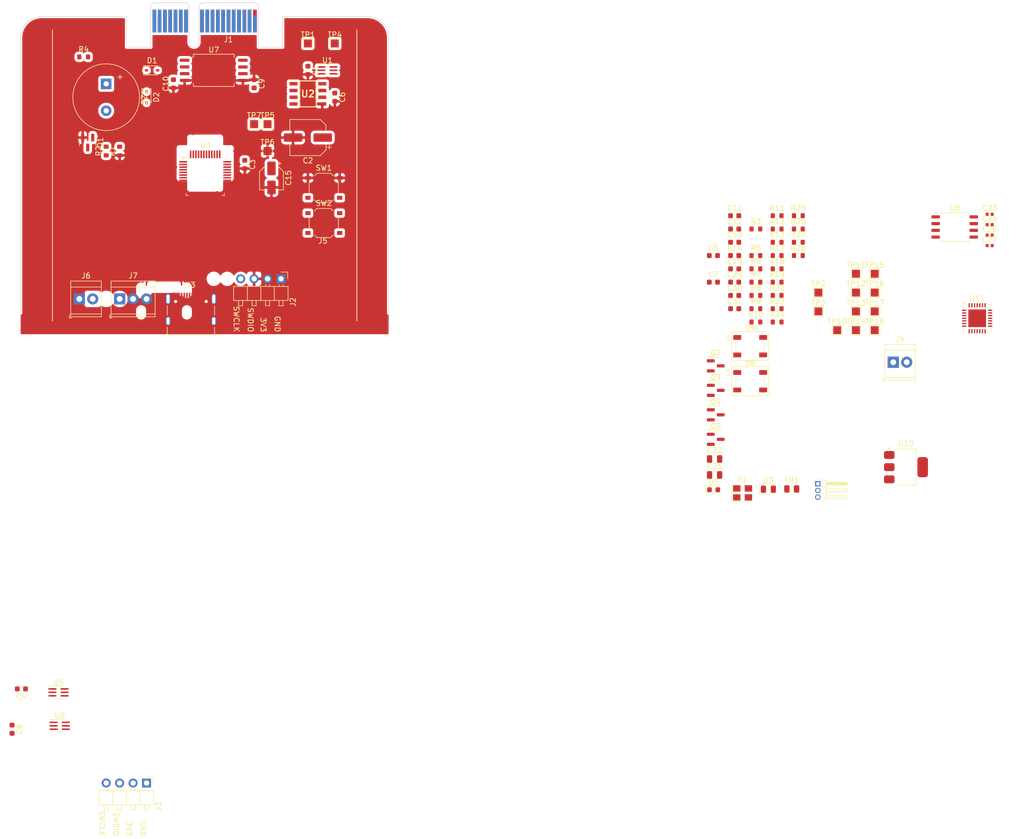
<source format=kicad_pcb>
(kicad_pcb (version 20240108) (generator "pcbnew") (generator_version "8.0")
  (layers (0 "F.Cu" signal) (1 "In1.Cu" power) (2 "In2.Cu" power) (31 "B.Cu" signal) (34 "B.Paste" user) (35 "F.Paste" user) (36 "B.SilkS" user "B.Silkscreen") (37 "F.SilkS" user "F.Silkscreen") (38 "B.Mask" user) (39 "F.Mask" user) (44 "Edge.Cuts" user))
  (net 0 "")
  (net 1 "Net-(BZ1--)")
  (net 2 "Net-(BZ1-+)")
  (net 3 "V_PSU")
  (net 4 "GND")
  (net 5 "V_MUX")
  (net 6 "OSC_IN")
  (net 7 "V_REGUSB")
  (net 8 "OSC_OUT")
  (net 9 "+3.3VA")
  (net 10 "V_SWD")
  (net 11 "+3.3V")
  (net 12 "+5V")
  (net 13 "VTX_BAT")
  (net 14 "5V_RAW")
  (net 15 "STM_RESET")
  (net 16 "Net-(U11-VBUS)")
  (net 17 "CAM_5V")
  (net 18 "+BATT")
  (net 19 "Net-(D3-A)")
  (net 20 "Net-(D4-DOUT)")
  (net 21 "RGB_DATA")
  (net 22 "Net-(D5-A)")
  (net 24 "CAN_L")
  (net 25 "CAN_H")
  (net 26 "SWDIO")
  (net 27 "SWCLK")
  (net 33 "USB_D+")
  (net 34 "USB_D-")
  (net 36 "Net-(J3-CC1)")
  (net 37 "Net-(J3-CC2)")
  (net 38 "V_THERM")
  (net 39 "VTX_DATA")
  (net 40 "CAM_RX")
  (net 41 "CAM_PWM")
  (net 42 "CAM_TX")
  (net 43 "Net-(Q1-G)")
  (net 44 "Net-(Q2-G)")
  (net 45 "Net-(Q3-G)")
  (net 46 "Net-(Q4-D)")
  (net 47 "Net-(Q4-G)")
  (net 48 "+8V")
  (net 49 "BUZZER")
  (net 50 "BOOT0")
  (net 51 "RESET_FL")
  (net 52 "Net-(U8-IO2)")
  (net 53 "VTX_PWR")
  (net 54 "DB_LED")
  (net 55 "BOOT1")
  (net 56 "Net-(U11-~{RST})")
  (net 57 "CAM_PWR")
  (net 58 "CURR_SENSE")
  (net 59 "Net-(U3-PA4)")
  (net 60 "Net-(U3-PA5)")
  (net 61 "Net-(U3-PA6)")
  (net 62 "Net-(U3-PB6)")
  (net 63 "Net-(U3-PB5)")
  (net 64 "Net-(U3-PB4)")
  (net 65 "Net-(U3-PB7)")
  (net 66 "Net-(U3-PA0)")
  (net 67 "Net-(U3-PA1)")
  (net 70 "SCK_FL")
  (net 72 "USB_TX")
  (net 75 "CAN_RX")
  (net 76 "USB_RX")
  (net 78 "CS_FL")
  (net 80 "CAN_TX")
  (net 81 "MOSI_FL")
  (net 82 "MISO_FL")
  (footprint "Capacitor_SMD:C_0603_1608Metric" (layer "F.Cu") (at 172.05 75.63)
    (property "Reference" "C14" (at 0 -1.43 0) (layer "F.SilkS"))
    (property "Value" "100nF")
    (pad "1" smd roundrect (at -0.775 0) (size 0.9 0.95) (layers "F.Cu" "F.Paste" "F.Mask") (net 15 "STM_RESET"))
    (pad "2" smd roundrect (at 0.775 0) (size 0.9 0.95) (layers "F.Cu" "F.Paste" "F.Mask") (net 4 "GND"))
  )
  (footprint "Package_TO_SOT_SMD:SOT-23" (layer "F.Cu") (at 168.48 105.71)
    (property "Reference" "Q4" (at 0 -2.4 0) (layer "F.SilkS"))
    (property "Value" "AO3400A")
    (pad "1" smd roundrect (at -0.9375 -0.95) (size 1.475 0.6) (layers "F.Cu" "F.Paste" "F.Mask") (net 47 "Net-(Q4-G)"))
    (pad "2" smd roundrect (at -0.9375 0.95) (size 1.475 0.6) (layers "F.Cu" "F.Paste" "F.Mask") (net 4 "GND"))
    (pad "3" smd roundrect (at 0.9375 0) (size 1.475 0.6) (layers "F.Cu" "F.Paste" "F.Mask") (net 46 "Net-(Q4-D)"))
  )
  (footprint "Capacitor_SMD:C_0603_1608Metric" (layer "F.Cu") (at 172.05 68.1)
    (property "Reference" "C11" (at 0 -1.43 0) (layer "F.SilkS"))
    (property "Value" "10uF")
    (pad "1" smd roundrect (at -0.775 0) (size 0.9 0.95) (layers "F.Cu" "F.Paste" "F.Mask") (net 13 "VTX_BAT"))
    (pad "2" smd roundrect (at 0.775 0) (size 0.9 0.95) (layers "F.Cu" "F.Paste" "F.Mask") (net 4 "GND"))
  )
  (footprint "LED_SMD:LED_WS2812B_PLCC4_5.0x5.0mm_P3.2mm" (layer "F.Cu") (at 174.985 92.745)
    (property "Reference" "D4" (at 0 -3.5 0) (layer "F.SilkS"))
    (property "Value" "WS2812B")
    (fp_text user "1" (at -4.15 -1.6 0) (layer "F.SilkS"))
    (pad "1" smd roundrect (at -2.45 -1.65) (size 1.5 0.9) (layers "F.Cu" "F.Paste" "F.Mask") (roundrect_rratio 0.1) (net 11 "+3.3V"))
    (pad "2" smd roundrect (at -2.45 1.65) (size 1.5 0.9) (layers "F.Cu" "F.Paste" "F.Mask") (roundrect_rratio 0.1) (net 20 "Net-(D4-DOUT)"))
    (pad "3" smd roundrect (at 2.45 1.65) (size 1.5 0.9) (layers "F.Cu" "F.Paste" "F.Mask") (roundrect_rratio 0.1) (net 4 "GND"))
    (pad "4" smd roundrect (at 2.45 -1.65) (size 1.5 0.9) (layers "F.Cu" "F.Paste" "F.Mask") (roundrect_rratio 0.1) (net 21 "RGB_DATA"))
  )
  (footprint "Package_TO_SOT_SMD:SOT-23" (layer "F.Cu") (at 168.48 110.335)
    (property "Reference" "Q5" (at 0 -2.4 0) (layer "F.SilkS"))
    (property "Value" "AO3401A")
    (pad "1" smd roundrect (at -0.9375 -0.95) (size 1.475 0.6) (layers "F.Cu" "F.Paste" "F.Mask") (net 46 "Net-(Q4-D)"))
    (pad "2" smd roundrect (at -0.9375 0.95) (size 1.475 0.6) (layers "F.Cu" "F.Paste" "F.Mask") (net 48 "+8V"))
    (pad "3" smd roundrect (at 0.9375 0) (size 1.475 0.6) (layers "F.Cu" "F.Paste" "F.Mask") (net 13 "VTX_BAT"))
  )
  (footprint "TestPoint:TestPoint_Pad_1.5x1.5mm" (layer "F.Cu") (at 194.96 86.17)
    (property "Reference" "TP13" (at 0 -1.648 0) (layer "F.SilkS"))
    (property "Value" "PB6")
    (pad "1" smd rect (at 0 0) (size 1.5 1.5) (layers "F.Cu" "F.Mask") (net 62 "Net-(U3-PB6)"))
  )
  (footprint "Resistor_SMD:R_0603_1608Metric" (layer "F.Cu") (at 55.88 55.88 90)
    (property "Reference" "R1" (at 0 -1.43 90) (layer "F.SilkS"))
    (property "Value" "10k")
    (pad "1" smd roundrect (at -0.825 0 90) (size 0.8 0.95) (layers "F.Cu" "F.Paste" "F.Mask") (net 4 "GND"))
    (pad "2" smd roundrect (at 0.825 0 90) (size 0.8 0.95) (layers "F.Cu" "F.Paste" "F.Mask") (net 49 "BUZZER"))
  )
  (footprint "Capacitor_SMD:C_0402_1005Metric" (layer "F.Cu") (at 220.22 73.74)
    (property "Reference" "C27" (at 0 -1.16 0) (layer "F.SilkS"))
    (property "Value" "100n")
    (pad "1" smd roundrect (at -0.48 0) (size 0.56 0.62) (layers "F.Cu" "F.Paste" "F.Mask") (net 11 "+3.3V"))
    (pad "2" smd roundrect (at 0.48 0) (size 0.56 0.62) (layers "F.Cu" "F.Paste" "F.Mask") (net 4 "GND"))
  )
  (footprint "TestPoint:TestPoint_Pad_1.5x1.5mm" (layer "F.Cu") (at 194.96 79.07)
    (property "Reference" "TP11" (at 0 -1.648 0) (layer "F.SilkS"))
    (property "Value" "PA5")
    (pad "1" smd rect (at 0 0) (size 1.5 1.5) (layers "F.Cu" "F.Mask") (net 60 "Net-(U3-PA5)"))
  )
  (footprint "LMR66100:SC-70-6_Handsoldering" (layer "F.Cu") (at 95.13 40.64)
    (property "Reference" "U1" (at 0 -1.9 0) (layer "F.SilkS"))
    (property "Value" "LM66100DCKR")
    (pad "1" smd rect (at -1.15 -0.65 270) (size 0.3 1.5) (layers "F.Cu" "F.Paste" "F.Mask") (net 3 "V_PSU"))
    (pad "2" smd rect (at -1.15 0 270) (size 0.3 1.5) (layers "F.Cu" "F.Paste" "F.Mask") (net 4 "GND"))
    (pad "3" smd rect (at -1.15 0.65 270) (size 0.3 1.5) (layers "F.Cu" "F.Paste" "F.Mask") (net 5 "V_MUX"))
    (pad "4" smd rect (at 1.15 0.65 270) (size 0.3 1.5) (layers "F.Cu" "F.Paste" "F.Mask"))
    (pad "5" smd rect (at 1.15 0 270) (size 0.3 1.5) (layers "F.Cu" "F.Paste" "F.Mask") (net 4 "GND"))
    (pad "6" smd rect (at 1.15 -0.65 270) (size 0.3 1.5) (layers "F.Cu" "F.Paste" "F.Mask") (net 5 "V_MUX"))
  )
  (footprint "Package_TO_SOT_SMD:SOT-223-3_TabPin2" (layer "F.Cu") (at 204.41 115.595)
    (property "Reference" "U10" (at 0 -4.5 0) (layer "F.SilkS"))
    (property "Value" "AMS1117-3.3")
    (pad "1" smd roundrect (at -3.15 -2.3) (size 2 1.5) (layers "F.Cu" "F.Paste" "F.Mask") (net 4 "GND"))
    (pad "2" smd roundrect (at -3.15 0) (size 2 1.5) (layers "F.Cu" "F.Paste" "F.Mask") (net 7 "V_REGUSB"))
    (pad "2" smd roundrect (at 3.15 0) (size 2 3.8) (layers "F.Cu" "F.Paste" "F.Mask") (net 7 "V_REGUSB"))
    (pad "3" smd roundrect (at -3.15 2.3) (size 2 1.5) (layers "F.Cu" "F.Paste" "F.Mask") (net 14 "5V_RAW"))
  )
  (footprint "TestPoint:TestPoint_Pad_1.5x1.5mm" (layer "F.Cu") (at 187.86 86.17)
    (property "Reference" "TP3" (at 0 -1.648 0) (layer "F.SilkS"))
    (property "Value" "TP_VSWD")
    (pad "1" smd rect (at 0 0) (size 1.5 1.5) (layers "F.Cu" "F.Mask") (net 10 "V_SWD"))
  )
  (footprint "TestPoint:TestPoint_Pad_1.5x1.5mm" (layer "F.Cu") (at 194.96 82.62)
    (property "Reference" "TP12" (at 0 -1.648 0) (layer "F.SilkS"))
    (property "Value" "PA6")
    (pad "1" smd rect (at 0 0) (size 1.5 1.5) (layers "F.Cu" "F.Mask") (net 61 "Net-(U3-PA6)"))
  )
  (footprint "Capacitor_SMD:C_0805_2012Metric" (layer "F.Cu") (at 168.26 117.07)
    (property "Reference" "C25" (at 0 -1.68 0) (layer "F.SilkS"))
    (property "Value" "1uF")
    (pad "1" smd roundrect (at -0.95 0) (size 1 1.45) (layers "F.Cu" "F.Paste" "F.Mask") (net 11 "+3.3V"))
    (pad "2" smd roundrect (at 0.95 0) (size 1 1.45) (layers "F.Cu" "F.Paste" "F.Mask") (net 4 "GND"))
  )
  (footprint "Resistor_SMD:R_0603_1608Metric" (layer "F.Cu") (at 176.06 83.16)
    (property "Reference" "R8" (at 0 -1.43 0) (layer "F.SilkS"))
    (property "Value" "10k")
    (pad "1" smd roundrect (at -0.825 0) (size 0.8 0.95) (layers "F.Cu" "F.Paste" "F.Mask") (net 51 "RESET_FL"))
    (pad "2" smd roundrect (at 0.825 0) (size 0.8 0.95) (layers "F.Cu" "F.Paste" "F.Mask") (net 11 "+3.3V"))
  )
  (footprint "TestPoint:TestPoint_Pad_1.5x1.5mm" (layer "F.Cu") (at 83.82 55.88)
    (property "Reference" "TP6" (at 0 -1.648 0) (layer "F.SilkS"))
    (property "Value" "TP_GND")
    (pad "1" smd rect (at 0 0) (size 1.5 1.5) (layers "F.Cu" "F.Mask") (net 4 "GND"))
  )
  (footprint "ISO1042:SOIC-8 ISO1042BDWV" (layer "F.Cu") (at 73.66 40.64)
    (property "Reference" "U7" (at 0 -3.88 0) (layer "F.SilkS"))
    (property "Value" "ISO1042BDWVR")
    (pad "1" smd roundrect (at -5.5 -1.905) (size 1.8 0.6) (layers "F.Cu" "F.Paste" "F.Mask") (net 11 "+3.3V"))
    (pad "2" smd roundrect (at -5.5 -0.635) (size 1.8 0.6) (layers "F.Cu" "F.Paste" "F.Mask") (net 80 "CAN_TX"))
    (pad "3" smd roundrect (at -5.5 0.635) (size 1.8 0.6) (layers "F.Cu" "F.Paste" "F.Mask") (net 75 "CAN_RX"))
    (pad "4" smd roundrect (at -5.5 1.905) (size 1.8 0.6) (layers "F.Cu" "F.Paste" "F.Mask") (net 4 "GND"))
    (pad "5" smd roundrect (at 5.5 1.905) (size 1.8 0.6) (layers "F.Cu" "F.Paste" "F.Mask") (net 4 "GND"))
    (pad "6" smd roundrect (at 5.5 0.635) (size 1.8 0.6) (layers "F.Cu" "F.Paste" "F.Mask") (net 24 "CAN_L"))
    (pad "7" smd roundrect (at 5.5 -0.635) (size 1.8 0.6) (layers "F.Cu" "F.Paste" "F.Mask") (net 25 "CAN_H"))
    (pad "8" smd roundrect (at 5.5 -1.905) (size 1.8 0.6) (layers "F.Cu" "F.Paste" "F.Mask") (net 12 "+5V"))
  )
  (footprint "Package_DFN_QFN:QFN-28-1EP_5x5mm_P0.5mm_EP3.35x3.35mm" (layer "F.Cu") (at 217.86 87.47)
    (property "Reference" "U11" (at 0 -3.8 0) (layer "F.SilkS"))
    (property "Value" "CP2102N-Axx-xQFN28")
    (pad "1" smd roundrect (at -2.45 -1.5) (size 0.8 0.25) (layers "F.Cu" "F.Paste" "F.Mask"))
    (pad "2" smd roundrect (at -2.45 -1) (size 0.8 0.25) (layers "F.Cu" "F.Paste" "F.Mask"))
    (pad "3" smd roundrect (at -2.45 -0.5) (size 0.8 0.25) (layers "F.Cu" "F.Paste" "F.Mask") (net 4 "GND"))
    (pad "4" smd roundrect (at -2.45 0) (size 0.8 0.25) (layers "F.Cu" "F.Paste" "F.Mask") (net 33 "USB_D+"))
    (pad "5" smd roundrect (at -2.45 0.5) (size 0.8 0.25) (layers "F.Cu" "F.Paste" "F.Mask") (net 34 "USB_D-"))
    (pad "6" smd roundrect (at -2.45 1) (size 0.8 0.25) (layers "F.Cu" "F.Paste" "F.Mask") (net 11 "+3.3V"))
    (pad "7" smd roundrect (at -2.45 1.5) (size 0.8 0.25) (layers "F.Cu" "F.Paste" "F.Mask") (net 11 "+3.3V"))
    (pad "8" smd roundrect (at -1.5 2.45) (size 0.25 0.8) (layers "F.Cu" "F.Paste" "F.Mask") (net 16 "Net-(U11-VBUS)"))
    (pad "9" smd roundrect (at -1 2.45) (size 0.25 0.8) (layers "F.Cu" "F.Paste" "F.Mask") (net 56 "Net-(U11-~{RST})"))
    (pad "10" smd roundrect (at -0.5 2.45) (size 0.25 0.8) (layers "F.Cu" "F.Paste" "F.Mask"))
    (pad "11" smd roundrect (at 0 2.45) (size 0.25 0.8) (layers "F.Cu" "F.Paste" "F.Mask"))
    (pad "12" smd roundrect (at 0.5 2.45) (size 0.25 0.8) (layers "F.Cu" "F.Paste" "F.Mask"))
    (pad "13" smd roundrect (at 1 2.45) (size 0.25 0.8) (layers "F.Cu" "F.Paste" "F.Mask"))
    (pad "14" smd roundrect (at 1.5 2.45) (size 0.25 0.8) (layers "F.Cu" "F.Paste" "F.Mask"))
    (pad "15" smd roundrect (at 2.45 1.5) (size 0.8 0.25) (layers "F.Cu" "F.Paste" "F.Mask"))
    (pad "16" smd roundrect (at 2.45 1) (size 0.8 0.25) (layers "F.Cu" "F.Paste" "F.Mask"))
    (pad "17" smd roundrect (at 2.45 0.5) (size 0.8 0.25) (layers "F.Cu" "F.Paste" "F.Mask"))
    (pad "18" smd roundrect (at 2.45 0) (size 0.8 0.25) (layers "F.Cu" "F.Paste" "F.Mask"))
    (pad "19" smd roundrect (at 2.45 -0.5) (size 0.8 0.25) (layers "F.Cu" "F.Paste" "F.Mask"))
    (pad "20" smd roundrect (at 2.45 -1) (size 0.8 0.25) (layers "F.Cu" "F.Paste" "F.Mask"))
    (pad "21" smd roundrect (at 2.45 -1.5) (size 0.8 0.25) (layers "F.Cu" "F.Paste" "F.Mask"))
    (pad "22" smd roundrect (at 1.5 -2.45) (size 0.25 0.8) (layers "F.Cu" "F.Paste" "F.Mask"))
    (pad "23" smd roundrect (at 1 -2.45) (size 0.25 0.8) (layers "F.Cu" "F.Paste" "F.Mask"))
    (pad "24" smd roundrect (at 0.5 -2.45) (size 0.25 0.8) (layers "F.Cu" "F.Paste" "F.Mask"))
    (pad "25" smd roundrect (at 0 -2.45) (size 0.25 0.8) (layers "F.Cu" "F.Paste" "F.Mask") (net 72 "USB_TX"))
    (pad "26" smd roundrect (at -0.5 -2.45) (size 0.25 0.8) (layers "F.Cu" "F.Paste" "F.Mask") (net 76 "USB_RX"))
    (pad "27" smd roundrect (at -1 -2.45) (size 0.25 0.8) (layers "F.Cu" "F.Paste" "F.Mask"))
    (pad "28" smd roundrect (at -1.5 -2.45) (size 0.25 0.8) (layers "F.Cu" "F.Paste" "F.Mask"))
    (pad "29" smd rect (at 0 0) (size 3.35 3.35) (property pad_prop_heatsink) (layers "F.Cu" "F.Mask") (net 4 "GND"))
  )
  (footprint "SWD_Header:SWD_PinHeader_1x04_P2.54mm_Horizontal" (layer "F.Cu") (at 60.96 175.26 -90)
    (property "Reference" "J3" (at 4.385 -2.27 90) (layer "F.SilkS"))
    (property "Value" "SWD_01x04_Pin")
    (fp_text user "SWDIO" (at 10.16 6.35 -90) (layer "F.SilkS") (effects (justify right bottom)))
    (fp_text user "SWCLK" (at 10.16 9.017 -90) (layer "F.SilkS") (effects (justify right bottom)))
    (fp_text user "3V3" (at 10.16 3.937 -90) (layer "F.SilkS") (effects (justify right bottom)))
    (fp_text user "GND" (at 10.16 1.27 -90) (layer "F.SilkS") (effects (justify right bottom)))
    (pad "1" thru_hole rect (at 0 0 270) (size 1.7 1.7) (drill 1) (layers "*.Cu" "*.Mask"))
    (pad "2" thru_hole oval (at 0 2.54 270) (size 1.7 1.7) (drill 1) (layers "*.Cu" "*.Mask"))
    (pad "3" thru_hole oval (at 0 5.08 270) (size 1.7 1.7) (drill 1) (layers "*.Cu" "*.Mask"))
    (pad "4" thru_hole oval (at 0 7.62 270) (size 1.7 1.7) (drill 1) (layers "*.Cu" "*.Mask"))
  )
  (footprint "Capacitor_SMD:C_0603_1608Metric" (layer "F.Cu") (at 172.05 85.67)
    (property "Reference" "C31" (at 0 -1.43 0) (layer "F.SilkS"))
    (property "Value" "10uF")
    (pad "1" smd roundrect (at -0.775 0) (size 0.9 0.95) (layers "F.Cu" "F.Paste" "F.Mask") (net 17 "CAM_5V"))
    (pad "2" smd roundrect (at 0.775 0) (size 0.9 0.95) (layers "F.Cu" "F.Paste" "F.Mask") (net 4 "GND"))
  )
  (footprint "Package_TO_SOT_SMD:SOT-23" (layer "F.Cu") (at 168.48 101.085)
    (property "Reference" "Q3" (at 0 -2.4 0) (layer "F.SilkS"))
    (property "Value" "AO3400A")
    (pad "1" smd roundrect (at -0.9375 -0.95) (size 1.475 0.6) (layers "F.Cu" "F.Paste" "F.Mask") (net 45 "Net-(Q3-G)"))
    (pad "2" smd roundrect (at -0.9375 0.95) (size 1.475 0.6) (layers "F.Cu" "F.Paste" "F.Mask") (net 4 "GND"))
    (pad "3" smd roundrect (at 0.9375 0) (size 1.475 0.6) (layers "F.Cu" "F.Paste" "F.Mask") (net 44 "Net-(Q2-G)"))
  )
  (footprint "Diode_SMD:D_SOD-323" (layer "F.Cu") (at 60.96 45.72 -90)
    (property "Reference" "D2" (at 0 -1.85 90) (layer "F.SilkS"))
    (property "Value" "1N5819WS")
    (pad "1" smd roundrect (at -1.05 0 270) (size 0.6 0.45) (layers "F.Cu" "F.Paste" "F.Mask") (net 1 "Net-(BZ1--)"))
    (pad "2" smd roundrect (at 1.05 0 270) (size 0.6 0.45) (layers "F.Cu" "F.Paste" "F.Mask") (net 11 "+3.3V"))
  )
  (footprint "Capacitor_SMD:C_0603_1608Metric" (layer "F.Cu") (at 37.325 157.48 180)
    (property "Reference" "C4" (at 0 -1.43 360) (layer "F.SilkS"))
    (property "Value" "1uF")
    (pad "1" smd roundrect (at -0.775 0 180) (size 0.9 0.95) (layers "F.Cu" "F.Paste" "F.Mask") (net 7 "V_REGUSB"))
    (pad "2" smd roundrect (at 0.775 0 180) (size 0.9 0.95) (layers "F.Cu" "F.Paste" "F.Mask") (net 4 "GND"))
  )
  (footprint "Resistor_SMD:R_0603_1608Metric" (layer "F.Cu") (at 180.07 75.63)
    (property "Reference" "R17" (at 0 -1.43 0) (layer "F.SilkS"))
    (property "Value" "680R")
    (pad "1" smd roundrect (at -0.825 0) (size 0.8 0.95) (layers "F.Cu" "F.Paste" "F.Mask") (net 22 "Net-(D5-A)"))
    (pad "2" smd roundrect (at 0.825 0) (size 0.8 0.95) (layers "F.Cu" "F.Paste" "F.Mask") (net 54 "DB_LED"))
  )
  (footprint "SWD_Header:SWD_PinHeader_1x04_P2.54mm_Horizontal" (layer "F.Cu") (at 86.36 80.02 -90)
    (property "Reference" "J2" (at 4.385 -2.27 90) (layer "F.SilkS"))
    (property "Value" "SWD_01x04_Pin")
    (fp_text user "GND" (at 10.16 1.27 -90) (layer "F.SilkS") (effects (justify right bottom)))
    (fp_text user "SWDIO" (at 10.16 6.35 -90) (layer "F.SilkS") (effects (justify right bottom)))
    (fp_text user "3V3" (at 10.16 3.937 -90) (layer "F.SilkS") (effects (justify right bottom)))
    (fp_text user "SWCLK" (at 10.16 9.017 -90) (layer "F.SilkS") (effects (justify right bottom)))
    (pad "1" thru_hole rect (at 0 0 270) (size 1.7 1.7) (drill 1) (layers "*.Cu" "*.Mask") (net 4 "GND"))
    (pad "2" thru_hole oval (at 0 2.54 270) (size 1.7 1.7) (drill 1) (layers "*.Cu" "*.Mask") (net 10 "V_SWD"))
    (pad "3" thru_hole oval (at 0 5.08 270) (size 1.7 1.7) (drill 1) (layers "*.Cu" "*.Mask") (net 26 "SWDIO"))
    (pad "4" thru_hole oval (at 0 7.62 270) (size 1.7 1.7) (drill 1) (layers "*.Cu" "*.Mask") (net 27 "SWCLK"))
  )
  (footprint "Resistor_SMD:R_0603_1608Metric" (layer "F.Cu") (at 49.085 38.1)
    (property "Reference" "R4" (at 0 -1.43 0) (layer "F.SilkS"))
    (property "Value" "1k")
    (pad "1" smd roundrect (at -0.825 0) (size 0.8 0.95) (layers "F.Cu" "F.Paste" "F.Mask") (net 2 "Net-(BZ1-+)"))
    (pad "2" smd roundrect (at 0.825 0) (size 0.8 0.95) (layers "F.Cu" "F.Paste" "F.Mask") (net 1 "Net-(BZ1--)"))
  )
  (footprint "Resistor_SMD:R_0603_1608Metric" (layer "F.Cu") (at 184.08 68.1)
    (property "Reference" "R25" (at 0 -1.43 0) (layer "F.SilkS"))
    (property "Value" "1k")
    (pad "1" smd roundrect (at -0.825 0) (size 0.8 0.95) (layers "F.Cu" "F.Paste" "F.Mask") (net 56 "Net-(U11-~{RST})"))
    (pad "2" smd roundrect (at 0.825 0) (size 0.8 0.95) (layers "F.Cu" "F.Paste" "F.Mask") (net 4 "GND"))
  )
  (footprint "TestPoint:TestPoint_Pad_1.5x1.5mm" (layer "F.Cu") (at 198.51 89.72)
    (property "Reference" "TP18" (at 0 -1.648 0) (layer "F.SilkS"))
    (property "Value" "PA1")
    (pad "1" smd rect (at 0 0) (size 1.5 1.5) (layers "F.Cu" "F.Mask") (net 67 "Net-(U3-PA1)"))
  )
  (footprint "Button_Switch_SMD:SW_Push_1P1T_XKB_TS-1187A" (layer "F.Cu") (at 94.44 62.835)
    (property "Reference" "SW1" (at 0 -3.75 0) (layer "F.SilkS"))
    (property "Value" "SW_STM_RESET")
    (pad "1" smd rect (at -3 -1.875) (size 1 0.75) (layers "F.Cu" "F.Paste" "F.Mask") (net 4 "GND"))
    (pad "1" smd rect (at 3 -1.875) (size 1 0.75) (layers "F.Cu" "F.Paste" "F.Mask") (net 4 "GND"))
    (pad "2" smd rect (at -3 1.875) (size 1 0.75) (layers "F.Cu" "F.Paste" "F.Mask") (net 15 "STM_RESET"))
    (pad "2" smd rect (at 3 1.875) (size 1 0.75) (layers "F.Cu" "F.Paste" "F.Mask") (net 15 "STM_RESET"))
  )
  (footprint "Button_Switch_SMD:SW_Push_1P1T_XKB_TS-1187A" (layer "F.Cu") (at 94.44 69.485)
    (property "Reference" "SW2" (at 0 -3.75 0) (layer "F.SilkS"))
    (property "Value" "SW_STM_BOOT_MODE")
    (pad "1" smd rect (at -3 -1.875) (size 1 0.75) (layers "F.Cu" "F.Paste" "F.Mask") (net 50 "BOOT0"))
    (pad "1" smd rect (at 3 -1.875) (size 1 0.75) (layers "F.Cu" "F.Paste" "F.Mask") (net 50 "BOOT0"))
    (pad "2" smd rect (at -3 1.875) (size 1 0.75) (layers "F.Cu" "F.Paste" "F.Mask") (net 11 "+3.3V"))
    (pad "2" smd rect (at 3 1.875) (size 1 0.75) (layers "F.Cu" "F.Paste" "F.Mask") (net 11 "+3.3V"))
  )
  (footprint "Package_QFP:LQFP-48_7x7mm_P0.5mm" (layer "F.Cu") (at 72.0375 60.67)
    (property "Reference" "U3" (at 0 -5.85 0) (layer "F.SilkS"))
    (property "Value" "STM32F103CBT6")
    (pad "1" smd roundrect (at -4.1625 -2.75) (size 1.475 0.3) (layers "F.Cu" "F.Paste" "F.Mask") (net 11 "+3.3V"))
    (pad "2" smd roundrect (at -4.1625 -2.25) (size 1.475 0.3) (layers "F.Cu" "F.Paste" "F.Mask"))
    (pad "3" smd roundrect (at -4.1625 -1.75) (size 1.475 0.3) (layers "F.Cu" "F.Paste" "F.Mask"))
    (pad "4" smd roundrect (at -4.1625 -1.25) (size 1.475 0.3) (layers "F.Cu" "F.Paste" "F.Mask"))
    (pad "5" smd roundrect (at -4.1625 -0.75) (size 1.475 0.3) (layers "F.Cu" "F.Paste" "F.Mask") (net 6 "OSC_IN"))
    (pad "6" smd roundrect (at -4.1625 -0.25) (size 1.475 0.3) (layers "F.Cu" "F.Paste" "F.Mask") (net 8 "OSC_OUT"))
    (pad "7" smd roundrect (at -4.1625 0.25) (size 1.475 0.3) (layers "F.Cu" "F.Paste" "F.Mask") (net 15 "STM_RESET"))
    (pad "8" smd roundrect (at -4.1625 0.75) (size 1.475 0.3) (layers "F.Cu" "F.Paste" "F.Mask") (net 4 "GND"))
    (pad "9" smd roundrect (at -4.1625 1.25) (size 1.475 0.3) (layers "F.Cu" "F.Paste" "F.Mask") (net 9 "+3.3VA"))
    (pad "10" smd roundrect (at -4.1625 1.75) (size 1.475 0.3) (layers "F.Cu" "F.Paste" "F.Mask") (net 66 "Net-(U3-PA0)"))
    (pad "11" smd roundrect (at -4.1625 2.25) (size 1.475 0.3) (layers "F.Cu" "F.Paste" "F.Mask") (net 67 "Net-(U3-PA1)"))
    (pad "12" smd roundrect (at -4.1625 2.75) (size 1.475 0.3) (layers "F.Cu" "F.Paste" "F.Mask") (net 72 "USB_TX"))
    (pad "13" smd roundrect (at -2.75 4.1625) (size 0.3 1.475) (layers "F.Cu" "F.Paste" "F.Mask") (net 76 "USB_RX"))
    (pad "14" smd roundrect (at -2.25 4.1625) (size 0.3 1.475) (layers "F.Cu" "F.Paste" "F.Mask") (net 59 "Net-(U3-PA4)"))
    (pad "15" smd roundrect (at -1.75 4.1625) (size 0.3 1.475) (layers "F.Cu" "F.Paste" "F.Mask") (net 60 "Net-(U3-PA5)"))
    (pad "16" smd roundrect (at -1.25 4.1625) (size 0.3 1.475) (layers "F.Cu" "F.Paste" "F.Mask") (net 61 "Net-(U3-PA6)"))
    (pad "17" smd roundrect (at -0.75 4.1625) (size 0.3 1.475) (layers "F.Cu" "F.Paste" "F.Mask") (net 49 "BUZZER"))
    (pad "18" smd roundrect (at -0.25 4.1625) (size 0.3 1.475) (layers "F.Cu" "F.Paste" "F.Mask") (net 57 "CAM_PWR"))
    (pad "19" smd roundrect (at 0.25 4.1625) (size 0.3 1.475) (layers "F.Cu" "F.Paste" "F.Mask") (net 58 "CURR_SENSE"))
    (pad "20" smd roundrect (at 0.75 4.1625) (size 0.3 1.475) (layers "F.Cu" "F.Paste" "F.Mask") (net 55 "BOOT1"))
    (pad "21" smd roundrect (at 1.25 4.1625) (size 0.3 1.475) (layers "F.Cu" "F.Paste" "F.Mask") (net 39 "VTX_DATA"))
    (pad "22" smd roundrect (at 1.75 4.1625) (size 0.3 1.475) (layers "F.Cu" "F.Paste" "F.Mask"))
    (pad "23" smd roundrect (at 2.25 4.1625) (size 0.3 1.475) (layers "F.Cu" "F.Paste" "F.Mask") (net 4 "GND"))
    (pad "24" smd roundrect (at 2.75 4.1625) (size 0.3 1.475) (layers "F.Cu" "F.Paste" "F.Mask") (net 11 "+3.3V"))
    (pad "25" smd roundrect (at 4.1625 2.75) (size 1.475 0.3) (layers "F.Cu" "F.Paste" "F.Mask") (net 78 "CS_FL"))
    (pad "26" smd roundrect (at 4.1625 2.25) (size 1.475 0.3) (layers "F.Cu" "F.Paste" "F.Mask") (net 70 "SCK_FL"))
    (pad "27" smd roundrect (at 4.1625 1.75) (size 1.475 0.3) (layers "F.Cu" "F.Paste" "F.Mask") (net 82 "MISO_FL"))
    (pad "28" smd roundrect (at 4.1625 1.25) (size 1.475 0.3) (layers "F.Cu" "F.Paste" "F.Mask") (net 81 "MOSI_FL"))
    (pad "29" smd roundrect (at 4.1625 0.75) (size 1.475 0.3) (layers "F.Cu" "F.Paste" "F.Mask") (net 51 "RESET_FL"))
    (pad "30" smd roundrect (at 4.1625 0.25) (size 1.475 0.3) (layers "F.Cu" "F.Paste" "F.Mask") (net 42 "CAM_TX"))
    (pad "31" smd roundrect (at 4.1625 -0.25) (size 1.475 0.3) (layers "F.Cu" "F.Paste" "F.Mask") (net 40 "CAM_RX"))
    (pad "32" smd roundrect (at 4.1625 -0.75) (size 1.475 0.3) (layers "F.Cu" "F.Paste" "F.Mask") (net 41 "CAM_PWM"))
    (pad "33" smd roundrect (at 4.1625 -1.25) (size 1.475 0.3) (layers "F.Cu" "F.Paste" "F.Mask"))
    (pad "34" smd roundrect (at 4.1625 -1.75) (size 1.475 0.3) (layers "F.Cu" "F.Paste" "F.Mask") (net 26 "SWDIO"))
    (pad "35" smd roundrect (at 4.1625 -2.25) (size 1.475 0.3) (layers "F.Cu" "F.Paste" "F.Mask") (net 4 "GND"))
    (pad "36" smd roundrect (at 4.1625 -2.75) (size 1.475 0.3) (layers "F.Cu" "F.Paste" "F.Mask") (net 11 "+3.3V"))
    (pad "37" smd roundrect (at 2.75 -4.1625) (size 0.3 1.475) (layers "F.Cu" "F.Paste" "F.Mask") (net 27 "SWCLK"))
    (pad "38" smd roundrect (at 2.25 -4.1625) (size 0.3 1.475) (layers "F.Cu" "F.Paste" "F.Mask") (net 54 "DB_LED"))
    (pad "39" smd roundrect (at 1.75 -4.1625) (size 0.3 1.475) (layers "F.Cu" "F.Paste" "F.Mask") (net 21 "RGB_DATA"))
    (pad "40" smd roundrect (at 1.25 -4.1625) (size 0.3 1.475) (layers "F.Cu" "F.Paste" "F.Mask") (net 64 "Net-(U3-PB4)"))
    (pad "41" smd roundrect (at 0.75 -4.1625) (size 0.3 1.475) (layers "F.Cu" "F.Paste" "F.Mask") (net 63 "Net-(U3-PB5)"))
    (pad "42" smd roundrect (at 0.25 -4.1625) (size 0.3 1.475) (layers "F.Cu" "F.Paste" "F.Mask") (net 62 "Net-(U3-PB6)"))
    (pad "43" smd roundrect (at -0.25 -4.1625) (size 0.3 1.475) (layers "F.Cu" "F.Paste" "F.Mask") (net 65 "Net-(U3-PB7)"))
    (pad "44" smd roundrect (at -0.75 -4.1625) (size 0.3 1.475) (layers "F.Cu" "F.Paste" "F.Mask") (net 50 "BOOT0"))
    (pad "45" smd roundrect (at -1.25 -4.1625) (size 0.3 1.475) (layers "F.Cu" "F.Paste" "F.Mask") (net 75 "CAN_RX"))
    (pad "46" smd roundrect (at -1.75 -4.1625) (size 0.3 1.475) (layers "F.Cu" "F.Paste" "F.Mask") (net 80 "CAN_TX"))
    (pad "47" smd roundrect (at -2.25 -4.1625) (size 0.3 1.475) (layers "F.Cu" "F.Paste" "F.Mask") (net 4 "GND"))
    (pad "48" smd roundrect (at -2.75 -4.1625) (size 0.3 1.475) (layers "F.Cu" "F.Paste" "F.Mask") (net 11 "+3.3V"))
  )
  (footprint "Capacitor_SMD:C_0603_1608Metric" (layer "F.Cu") (at 79.515 58.42 -90)
    (property "Reference" "C3" (at 0 -1.43 90) (layer "F.SilkS"))
    (property "Value" "10p")
    (pad "1" smd roundrect (at -0.775 0 270) (size 0.9 0.95) (layers "F.Cu" "F.Paste" "F.Mask") (net 6 "OSC_IN"))
    (pad "2" smd roundrect (at 0.775 0 270) (size 0.9 0.95) (layers "F.Cu" "F.Paste" "F.Mask") (net 4 "GND"))
  )
  (footprint "footprints:Buzzer_12.6x9.5RM5.0" (layer "F.Cu") (at 53.34 41.92 -90)
    (property "Reference" "BZ1" (at 3.8 -7.2 90) (layer "F.SilkS"))
    (property "Value" "PKM13EPYH4000")
    (fp_text user "+" (at -0.01 -2.54 90) (layer "F.SilkS"))
    (pad "1" thru_hole rect (at 1.27 0 270) (size 2 2) (drill 1) (layers "*.Cu" "*.Mask") (net 1 "Net-(BZ1--)"))
    (pad "2" thru_hole circle (at 6.35 0 270) (size 2 2) (drill 1) (layers "*.Cu" "*.Mask") (net 2 "Net-(BZ1-+)"))
  )
  (footprint "Capacitor_SMD:CP_Elec_4x5.4" (layer "F.Cu") (at 84.56 60.96 -90)
    (property "Reference" "C15" (at 0 -3.2 90) (layer "F.SilkS"))
    (property "Value" "10uF")
    (pad "1" smd roundrect (at -1.8 0 270) (size 2.6 1.6) (layers "F.Cu" "F.Paste" "F.Mask") (roundrect_rratio 0.15625) (net 11 "+3.3V"))
    (pad "2" smd roundrect (at 1.8 0 270) (size 2.6 1.6) (layers "F.Cu" "F.Paste" "F.Mask") (roundrect_rratio 0.15625) (net 4 "GND"))
  )
  (footprint "Resistor_SMD:R_0603_1608Metric" (layer "F.Cu") (at 53.34 55.88 90)
    (property "Reference" "R2" (at 0 -1.43 90) (layer "F.SilkS"))
    (property "Value" "510R")
    (pad "1" smd roundrect (at -0.825 0 90) (size 0.8 0.95) (layers "F.Cu" "F.Paste" "F.Mask") (net 43 "Net-(Q1-G)"))
    (pad "2" smd roundrect (at 0.825 0 90) (size 0.8 0.95) (layers "F.Cu" "F.Paste" "F.Mask") (net 49 "BUZZER"))
  )
  (footprint "Resistor_SMD:R_0603_1608Metric" (layer "F.Cu") (at 176.06 78.14)
    (property "Reference" "R6" (at 0 -1.43 0) (layer "F.SilkS"))
    (property "Value" "10k")
    (pad "1" smd roundrect (at -0.825 0) (size 0.8 0.95) (layers "F.Cu" "F.Paste" "F.Mask") (net 38 "V_THERM"))
    (pad "2" smd roundrect (at 0.825 0) (size 0.8 0.95) (layers "F.Cu" "F.Paste" "F.Mask") (net 4 "GND"))
  )
  (footprint "Capacitor_SMD:C_0603_1608Metric" (layer "F.Cu") (at 172.05 73.12)
    (property "Reference" "C13" (at 0 -1.43 0) (layer "F.SilkS"))
    (property "Value" "10uF")
    (pad "1" smd roundrect (at -0.775 0) (size 0.9 0.95) (layers "F.Cu" "F.Paste" "F.Mask") (net 14 "5V_RAW"))
    (pad "2" smd roundrect (at 0.775 0) (size 0.9 0.95) (layers "F.Cu" "F.Paste" "F.Mask") (net 4 "GND"))
  )
  (footprint "Resistor_SMD:R_0603_1608Metric" (layer "F.Cu") (at 180.07 68.1)
    (property "Reference" "R11" (at 0 -1.43 0) (layer "F.SilkS"))
    (property "Value" "820")
    (pad "1" smd roundrect (at -0.825 0) (size 0.8 0.95) (layers "F.Cu" "F.Paste" "F.Mask") (net 53 "VTX_PWR"))
    (pad "2" smd roundrect (at 0.825 0) (size 0.8 0.95) (layers "F.Cu" "F.Paste" "F.Mask") (net 47 "Net-(Q4-G)"))
  )
  (footprint "Capacitor_SMD:C_0603_1608Metric" (layer "F.Cu") (at 172.05 83.16)
    (property "Reference" "C30" (at 0 -1.43 0) (layer "F.SilkS"))
    (property "Value" "10uF")
    (pad "1" smd roundrect (at -0.775 0) (size 0.9 0.95) (layers "F.Cu" "F.Paste" "F.Mask") (net 4 "GND"))
    (pad "2" smd roundrect (at 0.775 0) (size 0.9 0.95) (layers "F.Cu" "F.Paste" "F.Mask") (net 11 "+3.3V"))
  )
  (footprint "Resistor_SMD:R_0603_1608Metric" (layer "F.Cu") (at 176.06 85.67)
    (property "Reference" "R9" (at 0 -1.43 0) (layer "F.SilkS"))
    (property "Value" "10k")
    (pad "1" smd roundrect (at -0.825 0) (size 0.8 0.95) (layers "F.Cu" "F.Paste" "F.Mask") (net 52 "Net-(U8-IO2)"))
    (pad "2" smd roundrect (at 0.825 0) (size 0.8 0.95) (layers "F.Cu" "F.Paste" "F.Mask") (net 11 "+3.3V"))
  )
  (footprint "TestPoint:TestPoint_Pad_1.5x1.5mm" (layer "F.Cu") (at 198.51 82.62)
    (property "Reference" "TP16" (at 0 -1.648 0) (layer "F.SilkS"))
    (property "Value" "PB7")
    (pad "1" smd rect (at 0 0) (size 1.5 1.5) (layers "F.Cu" "F.Mask") (net 65 "Net-(U3-PB7)"))
  )
  (footprint "Capacitor_SMD:C_0603_1608Metric" (layer "F.Cu") (at 168.04 80.65)
    (property "Reference" "C7" (at 0 -1.43 0) (layer "F.SilkS"))
    (property "Value" "10n")
    (pad "1" smd roundrect (at -0.775 0) (size 0.9 0.95) (layers "F.Cu" "F.Paste" "F.Mask") (net 9 "+3.3VA"))
    (pad "2" smd roundrect (at 0.775 0) (size 0.9 0.95) (layers "F.Cu" "F.Paste" "F.Mask") (net 4 "GND"))
  )
  (footprint "Resistor_SMD:R_0603_1608Metric" (layer "F.Cu") (at 180.07 83.16)
    (property "Reference" "R20" (at 0 -1.43 0) (layer "F.SilkS"))
    (property "Value" "5.1k")
    (pad "1" smd roundrect (at -0.825 0) (size 0.8 0.95) (layers "F.Cu" "F.Paste" "F.Mask") (net 37 "Net-(J3-CC2)"))
    (pad "2" smd roundrect (at 0.825 0) (size 0.8 0.95) (layers "F.Cu" "F.Paste" "F.Mask") (net 4 "GND"))
  )
  (footprint "Capacitor_SMD:C_0603_1608Metric" (layer "F.Cu") (at 91.44 40.64 -90)
    (property "Reference" "C1" (at 0 -1.43 90) (layer "F.SilkS"))
    (property "Value" "1uF")
    (pad "1" smd roundrect (at -0.775 0 270) (size 0.9 0.95) (layers "F.Cu" "F.Paste" "F.Mask") (net 3 "V_PSU"))
    (pad "2" smd roundrect (at 0.775 0 270) (size 0.9 0.95) (layers "F.Cu" "F.Paste" "F.Mask") (net 4 "GND"))
  )
  (footprint "Package_TO_SOT_SMD:SOT-23" (layer "F.Cu") (at 49.85 54.2775 -90)
    (property "Reference" "Q1" (at 0 -2.4 90) (layer "F.SilkS"))
    (property "Value" "AO3400A")
    (pad "1" smd roundrect (at -0.9375 -0.95 270) (size 1.475 0.6) (layers "F.Cu" "F.Paste" "F.Mask") (net 43 "Net-(Q1-G)"))
    (pad "2" smd roundrect (at -0.9375 0.95 270) (size 1.475 0.6) (layers "F.Cu" "F.Paste" "F.Mask") (net 4 "GND"))
    (pad "3" smd roundrect (at 0.9375 0 270) (size 1.475 0.6) (layers "F.Cu" "F.Paste" "F.Mask") (net 2 "Net-(BZ1-+)"))
  )
  (footprint "TerminalBlock_TE-Connectivity:TerminalBlock_TE_282834-3_1x03_P2.54mm_Horizontal" (layer "F.Cu") (at 55.88 83.82)
    (property "Reference" "J7" (at 2.54 -4.37 0) (layer "F.SilkS"))
    (property "Value" "CAM_DAT")
    (pad "1" thru_hole rect (at 0 0) (size 2.1 2.1) (drill 1.1) (layers "*.Cu" "*.Mask") (net 42 "CAM_TX"))
    (pad "2" thru_hole circle (at 2.54 0) (size 2.1 2.1) (drill 1.1) (layers "*.Cu" "*.Mask") (net 40 "CAM_RX"))
    (pad "3" thru_hole circle (at 5.08 0) (size 2.1 2.1) (drill 1.1) (layers "*.Cu" "*.Mask") (net 41 "CAM_PWM"))
  )
  (footprint "Connector_PinHeader_1.27mm:PinHeader_1x03_P1.27mm_Horizontal" (layer "F.Cu") (at 187.76 118.72)
    (property "Reference" "J5" (at -93.4875 -45.87 0) (layer "F.SilkS"))
    (property "Value" "Conn_01x03_Pin")
    (pad "1" thru_hole rect (at 0 0) (size 1 1) (drill 0.65) (layers "*.Cu" "*.Mask") (net 13 "VTX_BAT"))
    (pad "2" thru_hole oval (at 0 1.27) (size 1 1) (drill 0.65) (layers "*.Cu" "*.Mask") (net 4 "GND"))
    (pad "3" thru_hole oval (at 0 2.54) (size 1 1) (drill 0.65) (layers "*.Cu" "*.Mask") (net 39 "VTX_DATA"))
  )
  (footprint "Capacitor_SMD:C_0603_1608Metric" (layer "F.Cu") (at 172.05 78.14)
    (property "Reference" "C19" (at 0 -1.43 0) (layer "F.SilkS"))
    (property "Value" "10uF")
    (pad "1" smd roundrect (at -0.775 0) (size 0.9 0.95) (layers "F.Cu" "F.Paste" "F.Mask") (net 7 "V_REGUSB"))
    (pad "2" smd roundrect (at 0.775 0) (size 0.9 0.95) (layers "F.Cu" "F.Paste" "F.Mask") (net 4 "GND"))
  )
  (footprint "Capacitor_SMD:C_0603_1608Metric" (layer "F.Cu") (at 172.05 70.61)
    (property "Reference" "C12" (at 0 -1.43 0) (layer "F.SilkS"))
    (property "Value" "100nF")
    (pad "1" smd roundrect (at -0.775 0) (size 0.9 0.95) (layers "F.Cu" "F.Paste" "F.Mask") (net 11 "+3.3V"))
    (pad "2" smd roundrect (at 0.775 0) (size 0.9 0.95) (layers "F.Cu" "F.Paste" "F.Mask") (net 4 "GND"))
  )
  (footprint "Resistor_SMD:R_0603_1608Metric" (layer "F.Cu") (at 180.07 88.18)
    (property "Reference" "R24" (at 0 -1.43 0) (layer "F.SilkS"))
    (property "Value" "47k")
    (pad "1" smd roundrect (at -0.825 0) (size 0.8 0.95) (layers "F.Cu" "F.Paste" "F.Mask") (net 4 "GND"))
    (pad "2" smd roundrect (at 0.825 0) (size 0.8 0.95) (layers "F.Cu" "F.Paste" "F.Mask") (net 16 "Net-(U11-VBUS)"))
  )
  (footprint "footprints:USB_C_DB-108PWB" (layer "F.Cu") (at 69.34 85.75)
    (property "Reference" "J3" (at 0 -4.58 0) (layer "F.SilkS"))
    (property "Value" "USB_C_Female_USB2_Small")
    (pad "" np_thru_hole circle (at -2.89 -1.45 180) (size 0.6 0.6) (drill 0.6) (layers "*.Cu" "*.Mask"))
    (pad "" np_thru_hole circle (at 2.89 -1.45 180) (size 0.6 0.6) (drill 0.6) (layers "*.Cu" "*.Mask"))
    (pad "A1" smd rect (at -3.2 -2.51) (size 0.6 1.16) (layers "F.Cu" "F.Paste" "F.Mask") (net 4 "GND"))
    (pad "A4" smd rect (at -2.4 -2.51) (size 0.6 1.16) (layers "F.Cu" "F.Paste" "F.Mask") (net 14 "5V_RAW"))
    (pad "A5" smd rect (at -1.25 -2.51 180) (size 0.3 1.16) (layers "F.Cu" "F.Paste" "F.Mask") (net 36 "Net-(J3-CC1)"))
    (pad "A6" smd rect (at -0.25 -2.51 180) (size 0.3 1.16) (layers "F.Cu" "F.Paste" "F.Mask") (net 33 "USB_D+"))
    (pad "A7" smd rect (at 0.25 -2.51 180) (size 0.3 1.16) (layers "F.Cu" "F.Paste" "F.Mask") (net 34 "USB_D-"))
    (pad "A8" smd rect (at 1.25 -2.51 180) (size 0.3 1.16) (layers "F.Cu" "F.Paste" "F.Mask"))
    (pad "A9" smd rect (at 2.4 -2.51) (size 0.6 1.16) (layers "F.Cu" "F.Paste" "F.Mask") (net 14 "5V_RAW"))
    (pad "A12" smd rect (at 3.2 -2.51) (size 0.6 1.16) (layers "F.Cu" "F.Paste" "F.Mask") (net 4 "GND"))
    (pad "B1" smd rect (at 3.2 -2.51) (size 0.6 1.16) (layers "F.Cu" "F.Paste" "F.Mask") (net 4 "GND"))
    (pad "B4" smd rect (at 2.4 -2.51) (size 0.6 1.16) (layers "F.Cu" "F.Paste" "F.Mask") (net 14 "5V_RAW"))
    (pad "B5" smd rect (at 1.75 -2.51 180) (size 0.3 1.16) (layers "F.Cu" "F.Paste" "F.Mask") (net 37 "Net-(J3-CC2)"))
    (pad "B6" smd rect (at 0.75 -2.51 180) (size 0.3 1.16) (layers "F.Cu" "F.Paste" "F.Mask") (net 33 "USB_D+"))
    (pad "B7" smd rect (at -0.75 -2.51 180) (size 0.3 1.16) (layers "F.Cu" "F.Paste" "F.Mask") (net 34 "USB_D-"))
    (pad "B8" smd rect (at -1.75 -2.51 180) (size 0.3 1.16) (layers "F.Cu" "F.Paste" "F.Mask"))
    (pad "B9" smd rect (at -2.4 -2.51) (size 0.6 1.16) (layers "F.Cu" "F.Paste" "F.Mask") (net 14 "5V_RAW"))
    (pad "B12" smd rect (at -3.2 -2.51) (size 0.6 1.16) (layers "F.Cu" "F.Paste" "F.Mask") (net 4 "GND"))
    (pad "S1" thru_hole oval (at -4.32 -1.93 90) (size 2 0.9) (drill oval 1.7 0.6) (layers "*.Cu" "*.Mask"))
    (pad "S1" thru_hole oval (at -4.32 2.24 90) (size 1.7 0.9) (drill oval 1.4 0.6) (layers "*.Cu" "*.Mask"))
    (pad "S1" thru_hole oval (at 4.32 -1.93 90) (size 2 0.9) (drill oval 1.7 0.6) (layers "*.Cu" "*.Mask"))
    (pad "S1" thru_hole oval (at 4.32 2.24 90) (size 1.7 0.9) (drill oval 1.4 0.6) (layers "*.Cu" "*.Mask"))
  )
  (footprint "Capacitor_SMD:C_0603_1608Metric" (layer "F.Cu") (at 66.04 43.18 90)
    (property "Reference" "C10" (at 0 -1.43 90) (layer "F.SilkS"))
    (property "Value" "0.1u")
    (pad "1" smd roundrect (at -0.775 0 90) (size 0.9 0.95) (layers "F.Cu" "F.Paste" "F.Mask") (net 4 "GND"))
    (pad "2" smd roundrect (at 0.775 0 90) (size 0.9 0.95) (layers "F.Cu" "F.Paste" "F.Mask") (net 12 "+5V"))
  )
  (footprint "LED_SMD:LED_0603_1608Metric" (layer "F.Cu") (at 168.08 119.87)
    (property "Reference" "D5" (at 0 -1.43 0) (layer "F.SilkS"))
    (property "Value" "DB_LED (YLW)")
    (pad "1" smd roundrect (at -0.7875 0) (size 0.875 0.95) (layers "F.Cu" "F.Paste" "F.Mask") (net 4 "GND"))
    (pad "2" smd roundrect (at 0.7875 0) (size 0.875 0.95) (layers "F.Cu" "F.Paste" "F.Mask") (net 22 "Net-(D5-A)"))
  )
  (footprint "Resistor_SMD:R_0603_1608Metric" (layer "F.Cu") (at 176.06 70.61)
    (property "Reference" "R3" (at 0 -1.43 0) (layer "F.SilkS"))
    (property "Value" "3.3k")
    (pad "1" smd roundrect (at -0.825 0) (size 0.8 0.95) (layers "F.Cu" "F.Paste" "F.Mask") (net 19 "Net-(D3-A)"))
    (pad "2" smd roundrect (at 0.825 0) (size 0.8 0.95) (layers "F.Cu" "F.Paste" "F.Mask") (net 11 "+3.3V"))
  )
  (footprint "TestPoint:TestPoint_Pad_1.5x1.5mm" (layer "F.Cu") (at 91.44 35.56)
    (property "Reference" "TP1" (at 0 -1.648 0) (layer "F.SilkS"))
    (property "Value" "TP_VSTACK")
    (pad "1" smd rect (at 0 0) (size 1.5 1.5) (layers "F.Cu" "F.Mask") (net 3 "V_PSU"))
  )
  (footprint "TerminalBlock_TE-Connectivity:TerminalBlock_TE_282834-2_1x02_P2.54mm_Horizontal" (layer "F.Cu") (at 202.01 95.77)
    (property "Reference" "J4" (at 1.27 -4.37 0) (layer "F.SilkS"))
    (property "Value" "Screw_Terminal_01x02")
    (pad "1" thru_hole rect (at 0 0) (size 2.1 2.1) (drill 1.1) (layers "*.Cu" "*.Mask") (net 11 "+3.3V"))
    (pad "2" thru_hole circle (at 2.54 0) (size 2.1 2.1) (drill 1.1) (layers "*.Cu" "*.Mask") (net 38 "V_THERM"))
  )
  (footprint "Capacitor_SMD:C_0603_1608Metric" (layer "F.Cu") (at 96.52 45.72 -90)
    (property "Reference" "C6" (at 0 -1.43 90) (layer "F.SilkS"))
    (property "Value" "0.1uF")
    (pad "1" smd roundrect (at -0.775 0 270) (size 0.9 0.95) (layers "F.Cu" "F.Paste" "F.Mask") (net 5 "V_MUX"))
    (pad "2" smd roundrect (at 0.775 0 270) (size 0.9 0.95) (layers "F.Cu" "F.Paste" "F.Mask") (net 4 "GND"))
  )
  (footprint "Resistor_SMD:R_0805_2012Metric" (layer "F.Cu") (at 182.83 119.71)
    (property "Reference" "FB1" (at 0 -1.65 0) (layer "F.SilkS"))
    (property "Value" "100R")
    (pad "1" smd roundrect (at -0.9125 0) (size 1.025 1.4) (layers "F.Cu" "F.Paste" "F.Mask") (roundrect_rratio 0.243902) (net 9 "+3.3VA"))
    (pad "2" smd roundrect (at 0.9125 0) (size 1.025 1.4) (layers "F.Cu" "F.Paste" "F.Mask") (roundrect_rratio 0.243902) (net 11 "+3.3V"))
  )
  (footprint "Resistor_SMD:R_0603_1608Metric" (layer "F.Cu") (at 184.08 75.63)
    (property "Reference" "R28" (at 0 -1.43 0) (layer "F.SilkS"))
    (property "Value" "510")
    (pad "1" smd roundrect (at -0.825 0) (size 0.8 0.95) (layers "F.Cu" "F.Paste" "F.Mask") (net 57 "CAM_PWR"))
    (pad "2" smd roundrect (at 0.825 0) (size 0.8 0.95) (layers "F.Cu" "F.Paste" "F.Mask") (net 45 "Net-(Q3-G)"))
  )
  (footprint "Crystal:Crystal_SMD_3225-4Pin_3.2x2.5mm" (layer "F.Cu") (at 173.55 120.46)
    (property "Reference" "Y1" (at 0 -2.45 0) (layer "F.SilkS"))
    (property "Value" "X322516MMB4SI")
    (pad "1" smd rect (at -1.1 0.85) (size 1.4 1.2) (layers "F.Cu" "F.Paste" "F.Mask") (net 6 "OSC_IN"))
    (pad "2" smd rect (at 1.1 0.85) (size 1.4 1.2) (layers "F.Cu" "F.Paste" "F.Mask") (net 4 "GND"))
    (pad "3" smd rect (at 1.1 -0.85) (size 1.4 1.2) (layers "F.Cu" "F.Paste" "F.Mask") (net 8 "OSC_OUT"))
    (pad "4" smd rect (at -1.1 -0.85) (size 1.4 1.2) (layers "F.Cu" "F.Paste" "F.Mask") (net 4 "GND"))
  )
  (footprint "TestPoint:TestPoint_Pad_1.5x1.5mm" (layer "F.Cu") (at 83.82 50.8)
    (property "Reference" "TP5" (at 0 -1.648 0) (layer "F.SilkS"))
    (property "Value" "TP_ISENSE")
    (pad "1" smd rect (at 0 0) (size 1.5 1.5) (layers "F.Cu" "F.Mask") (net 58 "CURR_SENSE"))
  )
  (footprint "Capacitor_SMD:C_0603_1608Metric" (layer "F.Cu") (at 35.56 165.1 -90)
    (property "Reference" "C8" (at 0 -1.43 90) (layer "F.SilkS"))
    (property "Value" "1uF")
    (pad "1" smd roundrect (at -0.775 0 270) (size 0.9 0.95) (layers "F.Cu" "F.Paste" "F.Mask") (net 10 "V_SWD"))
    (pad "2" smd roundrect (at 0.775 0 270) (size 0.9 0.95) (layers "F.Cu" "F.Paste" "F.Mask") (net 4 "GND"))
  )
  (footprint "footprints:SOIC127P600X175-8N" (layer "F.Cu") (at 91.44 45.085)
    (property "Reference" "U2" (at 0 0 0) (layer "F.SilkS") (effects (font (size 1.27 1.27) (thickness 0.254))))
    (property "Value" "ACS70331EOLC" (hide yes))
    (pad "1" smd rect (at -2.712 -1.905 90) (size 0.65 1.525) (layers "F.Cu" "F.Paste" "F.Mask") (net 5 "V_MUX"))
    (pad "2" smd rect (at -2.712 -0.635 90) (size 0.65 1.525) (layers "F.Cu" "F.Paste" "F.Mask") (net 5 "V_MUX"))
    (pad "3" smd rect (at -2.712 0.635 90) (size 0.65 1.525) (layers "F.Cu" "F.Paste" "F.Mask") (net 11 "+3.3V"))
    (pad "4" smd rect (at -2.712 1.905 90) (size 0.65 1.525) (layers "F.Cu" "F.Paste" "F.Mask") (net 11 "+3.3V"))
    (pad "5" smd rect (at 2.712 1.905 90) (size 0.65 1.525) (layers "F.Cu" "F.Paste" "F.Mask") (net 4 "GND"))
    (pad "6" smd rect (at 2.712 0.635 90) (size 0.65 1.525) (layers "F.Cu" "F.Paste" "F.Mask"))
    (pad "7" smd rect (at 2.712 -0.635 90) (size 0.65 1.525) (layers "F.Cu" "F.Paste" "F.Mask") (net 58 "CURR_SENSE"))
    (pad "8" smd rect (at 2.712 -1.905 90) (size 0.65 1.525) (layers "F.Cu" "F.Paste" "F.Mask") (net 5 "V_MUX"))
  )
  (footprint "Capacitor_SMD:C_0402_1005Metric" (layer "F.Cu") (at 220.22 69.8)
    (property "Reference" "C24" (at 0 -1.16 0) (layer "F.SilkS"))
    (property "Value" "100n")
    (pad "1" smd roundrect (at -0.48 0) (size 0.56 0.62) (layers "F.Cu" "F.Paste" "F.Mask") (net 11 "+3.3V"))
    (pad "2" smd roundrect (at 0.48 0) (size 0.56 0.62) (layers "F.Cu" "F.Paste" "F.Mask") (net 4 "GND"))
  )
  (footprint "Diode_SMD:D_SOD-323" (layer "F.Cu") (at 62.01 40.64)
    (property "Reference" "D1" (at 0 -1.85 0) (layer "F.SilkS"))
    (property "Value" "1N5819WS")
    (pad "1" smd roundrect (at -1.05 0) (size 0.6 0.45) (layers "F.Cu" "F.Paste" "F.Mask") (net 1 "Net-(BZ1--)"))
    (pad "2" smd roundrect (at 1.05 0) (size 0.6 0.45) (layers "F.Cu" "F.Paste" "F.Mask") (net 18 "+BATT"))
  )
  (footprint "Capacitor_SMD:C_0603_1608Metric" (layer "F.Cu") (at 168.04 75.63)
    (property "Reference" "C5" (at 0 -1.43 0) (layer "F.SilkS"))
    (property "Value" "10p")
    (pad "1" smd roundrect (at -0.775 0) (size 0.9 0.95) (layers "F.Cu" "F.Paste" "F.Mask") (net 8 "OSC_OUT"))
    (pad "2" smd roundrect (at 0.775 0) (size 0.9 0.95) (layers "F.Cu" "F.Paste" "F.Mask") (net 4 "GND"))
  )
  (footprint "Capacitor_SMD:C_0402_1005Metric" (layer "F.Cu") (at 220.22 67.83)
    (property "Reference" "C23" (at 0 -1.16 0) (layer "F.SilkS"))
    (property "Value" "100n")
    (pad "1" smd roundrect (at -0.48 0) (size 0.56 0.62) (layers "F.Cu" "F.Paste" "F.Mask") (net 11 "+3.3V"))
    (pad "2" smd roundrect (at 0.48 0) (size 0.56 0.62) (layers "F.Cu" "F.Paste" "F.Mask") (net 4 "GND"))
  )
  (footprint "Resistor_SMD:R_0603_1608Metric" (layer "F.Cu") (at 184.08 70.61)
    (property "Reference" "R26" (at 0 -1.43 0) (layer "F.SilkS"))
    (property "Value" "100k")
    (pad "1" smd roundrect (at -0.825 0) (size 0.8 0.95) (layers "F.Cu" "F.Paste" "F.Mask") (net 12 "+5V"))
    (pad "2" smd roundrect (at 0.825 0) (size 0.8 0.95) (layers "F.Cu" "F.Paste" "F.Mask") (net 44 "Net-(Q2-G)"))
  )
  (footprint "TestPoint:TestPoint_Pad_1.5x1.5mm" (layer "F.Cu") (at 187.86 82.62)
    (property "Reference" "TP2" (at 0 -1.648 0) (layer "F.SilkS"))
    (property "Value" "TP_VUSB")
    (pad "1" smd rect (at 0 0) (size 1.5 1.5) (layers "F.Cu" "F.Mask") (net 7 "V_REGUSB"))
  )
  (footprint "Resistor_SMD:R_0603_1608Metric" (layer "F.Cu") (at 184.08 73.12)
    (property "Reference" "R27" (at 0 -1.43 0) (layer "F.SilkS"))
    (property "Value" "100k")
    (pad "1" smd roundrect (at -0.825 0) (size 0.8 0.95) (layers "F.Cu" "F.Paste" "F.Mask") (net 57 "CAM_PWR"))
    (pad "2" smd roundrect (at 0.825 0) (size 0.8 0.95) (layers "F.Cu" "F.Paste" "F.Mask") (net 4 "GND"))
  )
  (footprint "Resistor_SMD:R_0603_1608Metric" (layer "F.Cu") (at 180.07 70.61)
    (property "Reference" "R12" (at 0 -1.43 0) (layer "F.SilkS"))
    (property "Value" "10k")
    (pad "1" smd roundrect (at -0.825 0) (size 0.8 0.95) (layers "F.Cu" "F.Paste" "F.Mask") (net 15 "STM_RESET"))
    (pad "2" smd roundrect (at 0.825 0) (size 0.8 0.95) (layers "F.Cu" "F.Paste" "F.Mask") (net 11 "+3.3V"))
  )
  (footprint "LED_SMD:LED_0805_2012Metric" (layer "F.Cu") (at 178.42 119.755)
    (property "Reference" "D3" (at 0 -1.65 0) (layer "F.SilkS"))
    (property "Value" "PWR_LED (GRN)")
    (pad "1" smd roundrect (at -0.9375 0) (size 0.975 1.4) (layers "F.Cu" "F.Paste" "F.Mask") (net 4 "GND"))
    (pad "2" smd roundrect (at 0.9375 0) (size 0.975 1.4) (layers "F.Cu" "F.Paste" "F.Mask") (net 19 "Net-(D3-A)"))
  )
  (footprint "LMR66100:SC-70-6_Handsoldering" (layer "F.Cu") (at 44.33 158.13)
    (property "Reference" "U5" (at 0 -1.9 0) (layer "F.SilkS"))
    (property "Value" "LM66100DCKR")
    (pad "1" smd rect (at -1.15 -0.65 270) (size 0.3 1.5) (layers "F.Cu" "F.Paste" "F.Mask") (net 7 "V_REGUSB"))
    (pad "2" smd rect (at -1.15 0 270) (size 0.3 1.5) (layers "F.Cu" "F.Paste" "F.Mask") (net 4 "GND"))
    (pad "3" smd rect (at -1.15 0.65 270) (size 0.3 1.5) (layers "F.Cu" "F.Paste" "F.Mask") (net 5 "V_MUX"))
    (pad "4" smd rect (at 1.15 0.65 270) (size 0.3 1.5) (layers "F.Cu" "F.Paste" "F.Mask"))
    (pad "5" smd rect (at 1.15 0 270) (size 0.3 1.5) (layers "F.Cu" "F.Paste" "F.Mask") (net 4 "GND"))
    (pad "6" smd rect (at 1.15 -0.65 270) (size 0.3 1.5) (layers "F.Cu" "F.Paste" "F.Mask") (net 5 "V_MUX"))
  )
  (footprint "Resistor_SMD:R_0603_1608Metric" (layer "F.Cu") (at 180.07 73.12)
    (property "Reference" "R13" (at 0 -1.43 0) (layer "F.SilkS"))
    (property "Value" "100k")
    (pad "1" smd roundrect (at -0.825 0) (size 0.8 0.95) (layers "F.Cu" "F.Paste" "F.Mask") (net 48 "+8V"))
    (pad "2" smd roundrect (at 0.825 0) (size 0.8 0.95) (layers "F.Cu" "F.Paste" "F.Mask") (net 46 "Net-(Q4-D)"))
  )
  (footprint "TestPoint:TestPoint_Pad_1.5x1.5mm" (layer "F.Cu") (at 198.51 86.17)
    (property "Reference" "TP17" (at 0 -1.648 0) (layer "F.SilkS"))
    (property "Value" "PA0")
    (pad "1" smd rect (at 0 0) (size 1.5 1.5) (layers "F.Cu" "F.Mask") (net 66 "Net-(U3-PA0)"))
  )
  (footprint "TestPoint:TestPoint_Pad_1.5x1.5mm" (layer "F.Cu") (at 96.52 35.56)
    (property "Reference" "TP4" (at 0 -1.648 0) (layer "F.SilkS"))
    (property "Value" "TP_MUX")
    (pad "1" smd rect (at 0 0) (size 1.5 1.5) (layers "F.Cu" "F.Mask") (net 5 "V_MUX"))
  )
  (footprint "Capacitor_SMD:C_0603_1608Metric" (layer "F.Cu") (at 172.05 80.65)
    (property "Reference" "C29" (at 0 -1.43 0) (layer "F.SilkS"))
    (property "Value" "1uF")
    (pad "1" smd roundrect (at -0.775 0) (size 0.9 0.95) (layers "F.Cu" "F.Paste" "F.Mask") (net 4 "GND"))
    (pad "2" smd roundrect (at 0.775 0) (size 0.9 0.95) (layers "F.Cu" "F.Paste" "F.Mask") (net 16 "Net-(U11-VBUS)"))
  )
  (footprint "TestPoint:TestPoint_Pad_1.5x1.5mm" (layer "F.Cu") (at 81.28 50.8)
    (property "Reference" "TP7" (at 0 -1.648 0) (layer "F.SilkS"))
    (property "Value" "TP_3V3")
    (pad "1" smd rect (at 0 0) (size 1.5 1.5) (layers "F.Cu" "F.Mask") (net 11 "+3.3V"))
  )
  (footprint "LMR66100:SC-70-6_Handsoldering" (layer "F.Cu") (at 44.57 164.45)
    (property "Reference" "U6" (at 0 -1.9 360) (layer "F.SilkS"))
    (property "Value" "LM66100DCKR")
    (pad "1" smd rect (at -1.15 -0.65 270) (size 0.3 1.5) (layers "F.Cu" "F.Paste" "F.Mask") (net 10 "V_SWD"))
    (pad "2" smd rect (at -1.15 0 270) (size 0.3 1.5) (layers "F.Cu" "F.Paste" "F.Mask") (net 4 "GND"))
    (pad "3" smd rect (at -1.15 0.65 270) (size 0.3 1.5) (layers "F.Cu" "F.Paste" "F.Mask") (net 5 "V_MUX"))
    (pad "4" smd rect (at 1.15 0.65 270) (size 0.3 1.5) (layers "F.Cu" "F.Paste" "F.Mask"))
    (pad "5" smd rect (at 1.15 0 270) (size 0.3 1.5) (layers "F.Cu" "F.Paste" "F.Mask") (net 4 "GND"))
    (pad "6" smd rect (at 1.15 -0.65 270) (size 0.3 1.5) (layers "F.Cu" "F.Paste" "F.Mask") (net 5 "V_MUX"))
  )
  (footprint "Package_SO:SOIC-8_5.23x5.23mm_P1.27mm" (layer "F.Cu") (at 213.61 70.23)
    (property "Reference" "U8" (at 0 -3.56 0) (layer "F.SilkS"))
    (property "Value" "W25Q128JVS")
    (pad "1" smd roundrect (at -3.6 -1.905) (size 1.6 0.6) (layers "F.Cu" "F.Paste" "F.Mask") (net 78 "CS_FL"))
    (pad "2" smd roundrect (at -3.6 -0.635) (size 1.6 0.6) (layers "F.Cu" "F.Paste" "F.Mask") (net 82 "MISO_FL"))
    (pad "3" smd roundrect (at -3.6 0.635) (size 1.6 0.6) (layers "F.Cu" "F.Paste" "F.Mask") (net 52 "Net-(U8-IO2)"))
    (pad "4" smd roundrect (at -3.6 1.905) (size 1.6 0.6) (layers "F.Cu" "F.Paste" "F.Mask") (net 4 "GND"))
    (pad "5" smd roundrect (at 3.6 1.905) (size 1.6 0.6) (layers "F.Cu" "F.Paste" "F.Mask") (net 81 "MOSI_FL"))
    (pad "6" smd roundrect (at 3.6 0.635) (size 1.6 0.6) (layers "F.Cu" "F.Paste" "F.Mask") (net 70 "SCK_FL"))
    (pad "7" smd roundrect (at 3.6 -0.635) (size 1.6 0.6) (layers "F.Cu" "F.Paste" "F.Mask") (net 51 "RESET_FL"))
    (pad "8" smd roundrect (at 3.6 -1.905) (size 1.6 0.6) (layers "F.Cu" "F.Paste" "F.Mask") (net 11 "+3.3V"))
  )
  (footprint "Resistor_SMD:R_0603_1608Metric" (layer "F.Cu") (at 180.07 78.14)
    (property "Reference" "R18" (at 0 -1.43 0) (layer "F.SilkS"))
    (property "Value" "5.1k")
    (pad "1" smd roundrect (at -0.825 0) (size 0.8 0.95) (layers "F.Cu" "F.Paste" "F.Mask") (net 36 "Net-(J3-CC1)"))
    (pad "2" smd roundrect (at 0.825 0) (size 0.8 0.95) (layers "F.Cu" "F.Paste" "F.Mask") (net 4 "GND"))
  )
  (footprint "Resistor_SMD:R_0603_1608Metric" (layer "F.Cu") (at 180.07 80.65)
    (property "Reference" "R19" (at 0 -1.43 0) (layer "F.SilkS"))
    (property "Value" "100k")
    (pad "1" smd roundrect (at -0.825 0) (size 0.8 0.95) (layers "F.Cu" "F.Paste" "F.Mask") (net 4 "GND"))
    (pad "2" smd roundrect (at 0.825 0) (size 0.8 0.95) (layers "F.Cu" "F.Paste" "F.Mask") (net 55 "BOOT1"))
  )
  (footprint "Resistor_SMD:R_0603_1608Metric" (layer "F.Cu") (at 176.06 80.65)
    (property "Reference" "R7" (at 0 -1.43 0) (layer "F.SilkS"))
    (property "Value" "1.5k")
    (pad "1" smd roundrect (at -0.825 0) (size 0.8 0.95) (layers "F.Cu" "F.Paste" "F.Mask") (net 11 "+3.3V"))
    (pad "2" smd roundrect (at 0.825 0) (size 0.8 0.95) (layers "F.Cu" "F.Paste" "F.Mask") (net 33 "USB_D+"))
  )
  (footprint "Connector_PCBEdge:BUS_PCIexpress_x1" (layer "F.Cu") (at 81.43 31.33 180)
    (property "Reference" "J1" (at 5 -3.5 0) (layer "F.SilkS"))
    (property "Value" "Stack Male Edge Connector")
    (fp_line (start 19.65 2.95) (end 19.15 3.45) (stroke (width 0.1)) (layer "Edge.Cuts"))
    (fp_line (start 19.65 -4.95) (end 19.65 2.95) (stroke (width 0.1)) (layer "Edge.Cuts"))
    (fp_line (start 12.95 3.45) (end 19.15 3.45) (stroke (width 0.1)) (layer "Edge.Cuts"))
    (fp_line (start 12.45 2.95) (end 12.95 3.45) (stroke (width 0.1)) (layer "Edge.Cuts"))
    (fp_line (start 12.45 -4) (end 12.45 2.95) (stroke (width 0.1)) (layer "Edge.Cuts"))
    (fp_line (start 10.55 2.95) (end 10.05 3.45) (stroke (width 0.1)) (layer "Edge.Cuts"))
    (fp_line (start 10.55 -4) (end 10.55 2.95) (stroke (width 0.1)) (layer "Edge.Cuts"))
    (fp_line (start -0.15 3.45) (end 10.05 3.45) (stroke (width 0.1)) (layer "Edge.Cuts"))
    (fp_line (start -0.65 2.95) (end -0.15 3.45) (stroke (width 0.1)) (layer "Edge.Cuts"))
    (fp_line (start -0.65 -4.95) (end -0.65 2.95) (stroke (width 0.1)) (layer "Edge.Cuts"))
    (fp_arc (start 10.55 -4) (mid 11.5 -4.95) (end 12.45 -4) (stroke (width 0.1)) (layer "Edge.Cuts"))
    (pad "A1" connect rect (at 0 -0.55 180) (size 0.7 3.2) (layers "B.Cu" "B.Mask"))
    (pad "A2" connect rect (at 1 0 180) (size 0.7 4.3) (layers "B.Cu" "B.Mask"))
    (pad "A3" connect rect (at 2 0 180) (size 0.7 4.3) (layers "B.Cu" "B.Mask"))
    (pad "A4" connect rect (at 3 0 180) (size 0.7 4.3) (layers "B.Cu" "B.Mask"))
    (pad "A5" connect rect (at 4 0 180) (size 0.7 4.3) (layers "B.Cu" "B.Mask"))
    (pad "A6" connect rect (at 5 0 180) (size 0.7 4.3) (layers "B.Cu" "B.Mask"))
    (pad "A7" connect rect (at 6 0 180) (size 0.7 4.3) (layers "B.Cu" "B.Mask"))
    (pad "A8" connect rect (at 7 0 180) (size 0.7 4.3) (layers "B.Cu" "B.Mask"))
    (pad "A9" connect rect (at 8 0 180) (size 0.7 4.3) (layers "B.Cu" "B.Mask"))
    (pad "A10" connect rect (at 9 0 180) (size 0.7 4.3) (layers "B.Cu" "B.Mask"))
    (pad "A11" connect rect (at 10 0 180) (size 0.7 4.3) (layers "B.Cu" "B.Mask"))
    (pad "A12" connect rect (at 13 0 180) (size 0.7 4.3) (layers "B.Cu" "B.Mask"))
    (pad "A13" connect rect (at 14 0 180) (size 0.7 4.3) (layers "B.Cu" "B.Mask"))
    (pad "A14" connect rect (at 15 0 180) (size 0.7 4.3) (layers "B.Cu" "B.Mask"))
    (pad "A15" connect rect (at 16 0 180) (size 0.7 4.3) (layers "B.Cu" "B.Mask"))
    (pad "A16" connect rect (at 17 0 180) (size 0.7 4.3) (layers "B.Cu" "B.Mask"))
    (pad "A17" connect rect (at 18 0 180) (size 0.7 4.3) (layers "B.Cu" "B.Mask"))
    (pad "A18" connect rect (at 19 0 180) (size 0.7 4.3) (layers "B.Cu" "B.Mask"))
    (pad "B1" connect rect (at 0 0 180) (size 0.7 4.3) (layers "F.Cu" "F.Mask"))
    (pad "B2" connect rect (at 1 0 180) (size 0.7 4.3) (layers "F.Cu" "F.Mask"))
    (pad "B3" connect rect (at 2 0 180) (size 0.7 4.3) (layers "F.Cu" "F.Mask"))
    (pad "B4" connect rect (at 3 0 180) (size 0.7 4.3) (layers "F.Cu" "F.Mask"))
    (pad "B5" connect rect (at 4 0 180) (size 0.7 4.3) (layers "F.Cu" "F.Mask"))
    (pad "B6" connect rect (at 5 0 180) (size 0.7 4.3) (layers "F.Cu" "F.Mask"))
    (pad "B7" connect rect (at 6 0 180) (size 0.7 4.3) (layers "F.Cu" "F.Mask"))
    (pad "B8" connect rect (at 7 0 180) (size 0.7 4.3) (layers "F.Cu" "F.Mask"))
    (pad "B9" connect rect (at 8 0 180) (size 0.7 4.3) (layers "F.Cu" "F.Mask"))
    (pad "B10" connect rect (at 9 0 180) (size 0.7 4.3) (layers "F.Cu" "F.Mask"))
    (pad "B11" connect rect (at 10 0 180) (size 0.7 4.3) (layers "F.Cu" "F.Mask"))
    (pad "B12" connect rect (at 13 0 180) (size 0.7 4.3) (layers "F.Cu" "F.Mask"))
    (pad "B13" connect rect (at 14 0 180) (size 0.7 4.3) (layers "F.Cu" "F.Mask"))
    (pad "B14" connect rect (at 15 0 180) (size 0.7 4.3) (layers "F.Cu" "F.Mask"))
    (pad "B15" connect rect (at 16 0 180) (size 0.7 4.3) (layers "F.Cu" "F.Mask"))
    (pad "B16" connect rect (at 17 0 180) (size 0.7 4.3) (layers "F.Cu" "F.Mask"))
    (pad "B17" connect rect (at 18 -0.55 180) (size 0.7 3.2) (layers "F.Cu" "F.Mask"))
    (pad "B18" connect rect (at 19 0 180) (size 0.7 4.3) (layers "F.Cu" "F.Mask"))
  )
  (footprint "TerminalBlock_TE-Connectivity:TerminalBlock_TE_282834-2_1x02_P2.54mm_Horizontal" (layer "F.Cu") (at 48.26 83.82)
    (property "Reference" "J6" (at 1.27 -4.37 0) (layer "F.SilkS"))
    (property "Value" "CAM_PWR")
    (pad "1" thru_hole rect (at 0 0) (size 2.1 2.1) (drill 1.1) (layers "*.Cu" "*.Mask") (net 4 "GND"))
    (pad "2" thru_hole circle (at 2.54 0) (size 2.1 2.1) (drill 1.1) (layers "*.Cu" "*.Mask") (net 17 "CAM_5V"))
  )
  (footprint "Resistor_SMD:R_0603_1608Metric" (layer "F.Cu") (at 176.06 75.63)
    (property "Reference" "R5" (at 0 -1.43 0) (layer "F.SilkS"))
    (property "Value" "100k")
    (pad "1" smd roundrect (at -0.825 0) (size 0.8 0.95) (layers "F.Cu" "F.Paste" "F.Mask") (net 4 "GND"))
    (pad "2" smd roundrect (at 0.825 0) (size 0.8 0.95) (layers "F.Cu" "F.Paste" "F.Mask") (net 50 "BOOT0"))
  )
  (footprint "TestPoint:TestPoint_Pad_1.5x1.5mm" (layer "F.Cu") (at 198.51 79.07)
    (property "Reference" "TP15" (at 0 -1.648 0) (layer "F.SilkS"))
    (property "Value" "PB4")
    (pad "1" smd rect (at 0 0) (size 1.5 1.5) (layers "F.Cu" "F.Mask") (net 64 "Net-(U3-PB4)"))
  )
  (footprint "Resistor_SMD:R_0603_1608Metric" (layer "F.Cu") (at 176.06 88.18)
    (property "Reference" "R10" (at 0 -1.43 0) (layer "F.SilkS"))
    (property "Value" "100k")
    (pad "1" smd roundrect (at -0.825 0) (size 0.8 0.95) (layers "F.Cu" "F.Paste" "F.Mask") (net 53 "VTX_PWR"))
    (pad "2" smd roundrect (at 0.825 0) (size 0.8 0.95) (layers "F.Cu" "F.Paste" "F.Mask") (net 4 "GND"))
  )
  (footprint "Resistor_SMD:R_0603_1608Metric" (layer "F.Cu") (at 180.07 85.67)
    (property "Reference" "R23" (at 0 -1.43 0) (layer "F.SilkS"))
    (property "Value" "22k")
    (pad "1" smd roundrect (at -0.825 0) (size 0.8 0.95) (layers "F.Cu" "F.Paste" "F.Mask") (net 16 "Net-(U11-VBUS)"))
    (pad "2" smd roundrect (at 0.825 0) (size 0.8 0.95) (layers "F.Cu" "F.Paste" "F.Mask") (net 14 "5V_RAW"))
  )
  (footprint "Capacitor_SMD:C_0805_2012Metric" (layer "F.Cu") (at 168.26 114.06)
    (property "Reference" "C22" (at 0 -1.68 0) (layer "F.SilkS"))
    (property "Value" "1uF")
    (pad "1" smd roundrect (at -0.95 0) (size 1 1.45) (layers "F.Cu" "F.Paste" "F.Mask") (net 9 "+3.3VA"))
    (pad "2" smd roundrect (at 0.95 0) (size 1 1.45) (layers "F.Cu" "F.Paste" "F.Mask") (net 4 "GND"))
  )
  (footprint "Capacitor_SMD:C_0402_1005Metric" (layer "F.Cu") (at 220.22 71.77)
    (property "Reference" "C26" (at 0 -1.16 0) (layer "F.SilkS"))
    (property "Value" "100n")
    (pad "1" smd roundrect (at -0.48 0) (size 0.56 0.62) (layers "F.Cu" "F.Paste" "F.Mask") (net 11 "+3.3V"))
    (pad "2" smd roundrect (at 0.48 0) (size 0.56 0.62) (layers "F.Cu" "F.Paste" "F.Mask") (net 4 "GND"))
  )
  (footprint "Capacitor_SMD:C_0603_1608Metric" (layer "F.Cu") (at 81.28 43.18 -90)
    (property "Reference" "C9" (at 0 -1.43 90) (layer "F.SilkS"))
    (property "Value" "0.1u")
    (pad "1" smd roundrect (at -0.775 0 270) (size 0.9 0.95) (layers "F.Cu" "F.Paste" "F.Mask") (net 4 "GND"))
    (pad "2" smd roundrect (at 0.775 0 270) (size 0.9 0.95) (layers "F.Cu" "F.Paste" "F.Mask") (net 11 "+3.3V"))
  )
  (footprint "Capacitor_SMD:CP_Elec_6.3x5.9" (layer "F.Cu") (at 91.44 53.34 180)
    (property "Reference" "C2" (at 0 -4.35 360) (layer "F.SilkS"))
    (property "Value" "100uF")
    (pad "1" smd roundrect (at -2.8 0 180) (size 3.5 1.6) (layers "F.Cu" "F.Paste" "F.Mask") (roundrect_rratio 0.15625) (net 5 "V_MUX"))
    (pad "2" smd roundrect (at 2.8 0 180) (size 3.5 1.6) (layers "F.Cu" "F.Paste" "F.Mask") (roundrect_rratio 0.15625) (net 4 "GND"))
  )
  (footprint "TestPoint:TestPoint_Pad_1.5x1.5mm" (layer "F.Cu") (at 191.41 89.72)
    (property "Reference" "TP10" (at 0 -1.648 0) (layer "F.SilkS"))
    (property "Value" "PA4")
    (pad "1" smd rect (at 0 0) (size 1.5 1.5) (layers "F.Cu" "F.Mask") (net 59 "Net-(U3-PA4)"))
  )
  (footprint "TestPoint:TestPoint_Pad_1.5x1.5mm" (layer "F.Cu") (at 194.96 89.72)
    (property "Reference" "TP14" (at 0 -1.648 0) (layer "F.SilkS"))
    (property "Value" "PB5")
    (pad "1" smd rect (at 0 0) (size 1.5 1.5) (layers "F.Cu" "F.Mask") (net 63 "Net-(U3-PB5)"))
  )
  (footprint "LED_SMD:LED_WS2812B_PLCC4_5.0x5.0mm_P3.2mm" (layer "F.Cu") (at 174.985 99.365)
    (property "Reference" "D6" (at 0 -3.5 0) (layer "F.SilkS"))
    (property "Value" "WS2812B")
    (fp_text user "1" (at -4.15 -1.6 0) (layer "F.SilkS"))
    (pad "1" smd roundrect (at -2.45 -1.65) (size 1.5 0.9) (layers "F.Cu" "F.Paste" "F.Mask") (roundrect_rratio 0.1) (net 11 "+3.3V"))
    (pad "2" smd roundrect (at -2.45 1.65) (size 1.5 0.9) (layers "F.Cu" "F.Paste" "F.Mask") (roundrect_rratio 0.1))
    (pad "3" smd roundrect (at 2.45 1.65) (size 1.5 0.9) (layers "F.Cu" "F.Paste" "F.Mask") (roundrect_rratio 0.1) (net 4 "GND"))
    (pad "4" smd roundrect (at 2.45 -1.65) (size 1.5 0.9) (layers "F.Cu" "F.Paste" "F.Mask") (roundrect_rratio 0.1) (net 20 "Net-(D4-DOUT)"))
  )
  (footprint "Package_TO_SOT_SMD:SOT-23" (layer "F.Cu") (at 168.48 96.46)
    (property "Reference" "Q2" (at 0 -2.4 0) (layer "F.SilkS"))
    (property "Value" "AO3401A")
    (pad "1" smd roundrect (at -0.9375 -0.95) (size 1.475 0.6) (layers "F.Cu" "F.Paste" "F.Mask") (net 44 "Net-(Q2-G)"))
    (pad "2" smd roundrect (at -0.9375 0.95) (size 1.475 0.6) (layers "F.Cu" "F.Paste" "F.Mask") (net 12 "+5V"))
    (pad "3" smd roundrect (at 0.9375 0) (size 1.475 0.6) (layers "F.Cu" "F.Paste" "F.Mask") (net 17 "CAM_5V"))
  )
  (gr_line (start 100.68 32.98) (end 100.68 87.98) (stroke (width 0.15)) (layer "F.SilkS"))
  (gr_line (start 43.18 32.98) (end 43.18 87.98) (stroke (width 0.15)) (layer "F.SilkS"))
  (gr_line (start 86.68 30.48) (end 102.68 30.48) (stroke (width 0.1)) (layer "Edge.Cuts"))
  (gr_arc (start 102.68 30.48) (mid 105.508427 31.651573) (end 106.68 34.48) (stroke (width 0.1)) (layer "Edge.Cuts"))
  (gr_line (start 86.68 36.28) (end 86.68 30.48) (stroke (width 0.1)) (layer "Edge.Cuts"))
  (gr_arc (start 37.18 34.48) (mid 38.351573 31.651573) (end 41.18 30.48) (stroke (width 0.1)) (layer "Edge.Cuts"))
  (gr_line (start 82.08 36.28) (end 86.68 36.28) (stroke (width 0.1)) (layer "Edge.Cuts"))
  (gr_line (start 37.18 34.48) (end 37.18 86.48) (stroke (width 0.1)) (layer "Edge.Cuts"))
  (gr_line (start 41.18 30.48) (end 57.18 30.48) (stroke (width 0.1)) (layer "Edge.Cuts"))
  (gr_line (start 57.18 36.28) (end 57.18 30.48) (stroke (width 0.1)) (layer "Edge.Cuts"))
  (gr_line (start 106.68 34.48) (end 106.68 86.48) (stroke (width 0.1)) (layer "Edge.Cuts"))
  (gr_line (start 57.18 36.28) (end 61.78 36.28) (stroke (width 0.1)) (layer "Edge.Cuts"))
  (zone (net 4) (net_name "GND") (layer "F.Cu") (priority 2) (connect_pads (clearance 0.5)) (min_thickness 0.25) (fill yes (thermal_gap 0.5) (thermal_bridge_width 0.5))
    (polygon (pts (xy 37.18 30.48) (xy 37.18 90.48) (xy 106.68 90.48) (xy 106.68 30.48)))
  )
)
</source>
